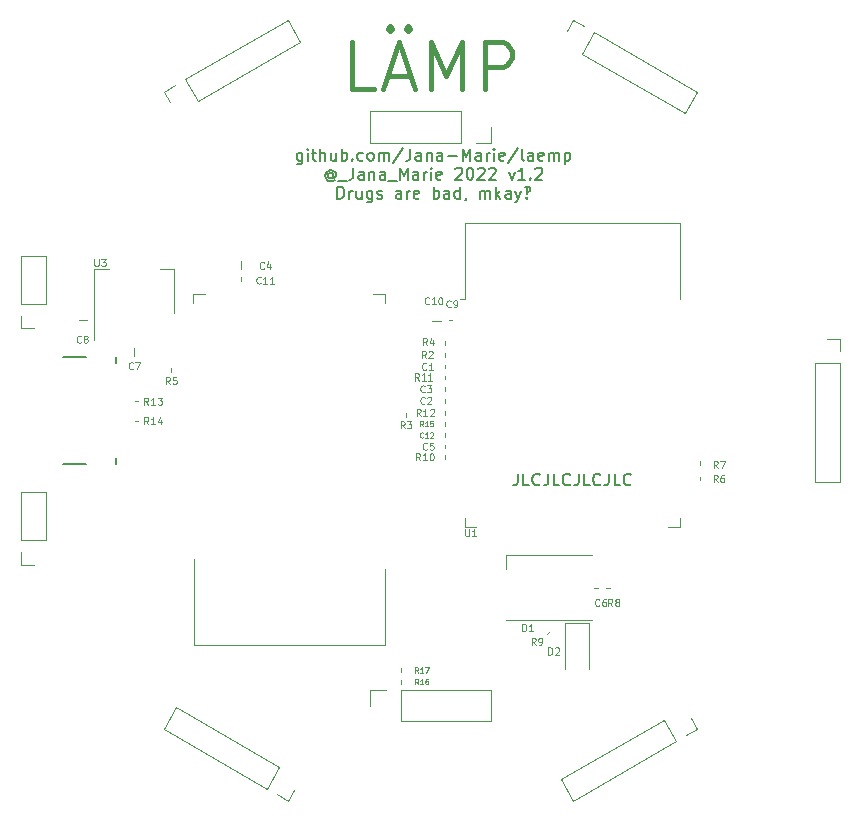
<source format=gto>
G04 #@! TF.GenerationSoftware,KiCad,Pcbnew,6.0.4-6f826c9f35~116~ubuntu20.04.1*
G04 #@! TF.CreationDate,2022-03-28T16:20:16+02:00*
G04 #@! TF.ProjectId,hex_base,6865785f-6261-4736-952e-6b696361645f,rev?*
G04 #@! TF.SameCoordinates,Original*
G04 #@! TF.FileFunction,Legend,Top*
G04 #@! TF.FilePolarity,Positive*
%FSLAX46Y46*%
G04 Gerber Fmt 4.6, Leading zero omitted, Abs format (unit mm)*
G04 Created by KiCad (PCBNEW 6.0.4-6f826c9f35~116~ubuntu20.04.1) date 2022-03-28 16:20:16*
%MOMM*%
%LPD*%
G01*
G04 APERTURE LIST*
%ADD10C,0.150000*%
%ADD11C,0.400000*%
%ADD12C,0.100000*%
%ADD13C,0.120000*%
G04 APERTURE END LIST*
D10*
X107380952Y-105352380D02*
X107380952Y-106066666D01*
X107333333Y-106209523D01*
X107238095Y-106304761D01*
X107095238Y-106352380D01*
X107000000Y-106352380D01*
X108333333Y-106352380D02*
X107857142Y-106352380D01*
X107857142Y-105352380D01*
X109238095Y-106257142D02*
X109190476Y-106304761D01*
X109047619Y-106352380D01*
X108952380Y-106352380D01*
X108809523Y-106304761D01*
X108714285Y-106209523D01*
X108666666Y-106114285D01*
X108619047Y-105923809D01*
X108619047Y-105780952D01*
X108666666Y-105590476D01*
X108714285Y-105495238D01*
X108809523Y-105400000D01*
X108952380Y-105352380D01*
X109047619Y-105352380D01*
X109190476Y-105400000D01*
X109238095Y-105447619D01*
X109952380Y-105352380D02*
X109952380Y-106066666D01*
X109904761Y-106209523D01*
X109809523Y-106304761D01*
X109666666Y-106352380D01*
X109571428Y-106352380D01*
X110904761Y-106352380D02*
X110428571Y-106352380D01*
X110428571Y-105352380D01*
X111809523Y-106257142D02*
X111761904Y-106304761D01*
X111619047Y-106352380D01*
X111523809Y-106352380D01*
X111380952Y-106304761D01*
X111285714Y-106209523D01*
X111238095Y-106114285D01*
X111190476Y-105923809D01*
X111190476Y-105780952D01*
X111238095Y-105590476D01*
X111285714Y-105495238D01*
X111380952Y-105400000D01*
X111523809Y-105352380D01*
X111619047Y-105352380D01*
X111761904Y-105400000D01*
X111809523Y-105447619D01*
X112523809Y-105352380D02*
X112523809Y-106066666D01*
X112476190Y-106209523D01*
X112380952Y-106304761D01*
X112238095Y-106352380D01*
X112142857Y-106352380D01*
X113476190Y-106352380D02*
X113000000Y-106352380D01*
X113000000Y-105352380D01*
X114380952Y-106257142D02*
X114333333Y-106304761D01*
X114190476Y-106352380D01*
X114095238Y-106352380D01*
X113952380Y-106304761D01*
X113857142Y-106209523D01*
X113809523Y-106114285D01*
X113761904Y-105923809D01*
X113761904Y-105780952D01*
X113809523Y-105590476D01*
X113857142Y-105495238D01*
X113952380Y-105400000D01*
X114095238Y-105352380D01*
X114190476Y-105352380D01*
X114333333Y-105400000D01*
X114380952Y-105447619D01*
X115095238Y-105352380D02*
X115095238Y-106066666D01*
X115047619Y-106209523D01*
X114952380Y-106304761D01*
X114809523Y-106352380D01*
X114714285Y-106352380D01*
X116047619Y-106352380D02*
X115571428Y-106352380D01*
X115571428Y-105352380D01*
X116952380Y-106257142D02*
X116904761Y-106304761D01*
X116761904Y-106352380D01*
X116666666Y-106352380D01*
X116523809Y-106304761D01*
X116428571Y-106209523D01*
X116380952Y-106114285D01*
X116333333Y-105923809D01*
X116333333Y-105780952D01*
X116380952Y-105590476D01*
X116428571Y-105495238D01*
X116523809Y-105400000D01*
X116666666Y-105352380D01*
X116761904Y-105352380D01*
X116904761Y-105400000D01*
X116952380Y-105447619D01*
D11*
X95238095Y-72809523D02*
X93333333Y-72809523D01*
X93333333Y-68809523D01*
X96380952Y-71666666D02*
X98285714Y-71666666D01*
X96000000Y-72809523D02*
X97333333Y-68809523D01*
X98666666Y-72809523D01*
X96571428Y-67476190D02*
X96761904Y-67666666D01*
X96571428Y-67857142D01*
X96380952Y-67666666D01*
X96571428Y-67476190D01*
X96571428Y-67857142D01*
X98095238Y-67476190D02*
X98285714Y-67666666D01*
X98095238Y-67857142D01*
X97904761Y-67666666D01*
X98095238Y-67476190D01*
X98095238Y-67857142D01*
X100000000Y-72809523D02*
X100000000Y-68809523D01*
X101333333Y-71666666D01*
X102666666Y-68809523D01*
X102666666Y-72809523D01*
X104571428Y-72809523D02*
X104571428Y-68809523D01*
X106095238Y-68809523D01*
X106476190Y-69000000D01*
X106666666Y-69190476D01*
X106857142Y-69571428D01*
X106857142Y-70142857D01*
X106666666Y-70523809D01*
X106476190Y-70714285D01*
X106095238Y-70904761D01*
X104571428Y-70904761D01*
D10*
X89130952Y-78175714D02*
X89130952Y-78985238D01*
X89083333Y-79080476D01*
X89035714Y-79128095D01*
X88940476Y-79175714D01*
X88797619Y-79175714D01*
X88702380Y-79128095D01*
X89130952Y-78794761D02*
X89035714Y-78842380D01*
X88845238Y-78842380D01*
X88750000Y-78794761D01*
X88702380Y-78747142D01*
X88654761Y-78651904D01*
X88654761Y-78366190D01*
X88702380Y-78270952D01*
X88750000Y-78223333D01*
X88845238Y-78175714D01*
X89035714Y-78175714D01*
X89130952Y-78223333D01*
X89607142Y-78842380D02*
X89607142Y-78175714D01*
X89607142Y-77842380D02*
X89559523Y-77890000D01*
X89607142Y-77937619D01*
X89654761Y-77890000D01*
X89607142Y-77842380D01*
X89607142Y-77937619D01*
X89940476Y-78175714D02*
X90321428Y-78175714D01*
X90083333Y-77842380D02*
X90083333Y-78699523D01*
X90130952Y-78794761D01*
X90226190Y-78842380D01*
X90321428Y-78842380D01*
X90654761Y-78842380D02*
X90654761Y-77842380D01*
X91083333Y-78842380D02*
X91083333Y-78318571D01*
X91035714Y-78223333D01*
X90940476Y-78175714D01*
X90797619Y-78175714D01*
X90702380Y-78223333D01*
X90654761Y-78270952D01*
X91988095Y-78175714D02*
X91988095Y-78842380D01*
X91559523Y-78175714D02*
X91559523Y-78699523D01*
X91607142Y-78794761D01*
X91702380Y-78842380D01*
X91845238Y-78842380D01*
X91940476Y-78794761D01*
X91988095Y-78747142D01*
X92464285Y-78842380D02*
X92464285Y-77842380D01*
X92464285Y-78223333D02*
X92559523Y-78175714D01*
X92750000Y-78175714D01*
X92845238Y-78223333D01*
X92892857Y-78270952D01*
X92940476Y-78366190D01*
X92940476Y-78651904D01*
X92892857Y-78747142D01*
X92845238Y-78794761D01*
X92750000Y-78842380D01*
X92559523Y-78842380D01*
X92464285Y-78794761D01*
X93369047Y-78747142D02*
X93416666Y-78794761D01*
X93369047Y-78842380D01*
X93321428Y-78794761D01*
X93369047Y-78747142D01*
X93369047Y-78842380D01*
X94273809Y-78794761D02*
X94178571Y-78842380D01*
X93988095Y-78842380D01*
X93892857Y-78794761D01*
X93845238Y-78747142D01*
X93797619Y-78651904D01*
X93797619Y-78366190D01*
X93845238Y-78270952D01*
X93892857Y-78223333D01*
X93988095Y-78175714D01*
X94178571Y-78175714D01*
X94273809Y-78223333D01*
X94845238Y-78842380D02*
X94750000Y-78794761D01*
X94702380Y-78747142D01*
X94654761Y-78651904D01*
X94654761Y-78366190D01*
X94702380Y-78270952D01*
X94750000Y-78223333D01*
X94845238Y-78175714D01*
X94988095Y-78175714D01*
X95083333Y-78223333D01*
X95130952Y-78270952D01*
X95178571Y-78366190D01*
X95178571Y-78651904D01*
X95130952Y-78747142D01*
X95083333Y-78794761D01*
X94988095Y-78842380D01*
X94845238Y-78842380D01*
X95607142Y-78842380D02*
X95607142Y-78175714D01*
X95607142Y-78270952D02*
X95654761Y-78223333D01*
X95750000Y-78175714D01*
X95892857Y-78175714D01*
X95988095Y-78223333D01*
X96035714Y-78318571D01*
X96035714Y-78842380D01*
X96035714Y-78318571D02*
X96083333Y-78223333D01*
X96178571Y-78175714D01*
X96321428Y-78175714D01*
X96416666Y-78223333D01*
X96464285Y-78318571D01*
X96464285Y-78842380D01*
X97654761Y-77794761D02*
X96797619Y-79080476D01*
X98273809Y-77842380D02*
X98273809Y-78556666D01*
X98226190Y-78699523D01*
X98130952Y-78794761D01*
X97988095Y-78842380D01*
X97892857Y-78842380D01*
X99178571Y-78842380D02*
X99178571Y-78318571D01*
X99130952Y-78223333D01*
X99035714Y-78175714D01*
X98845238Y-78175714D01*
X98750000Y-78223333D01*
X99178571Y-78794761D02*
X99083333Y-78842380D01*
X98845238Y-78842380D01*
X98750000Y-78794761D01*
X98702380Y-78699523D01*
X98702380Y-78604285D01*
X98750000Y-78509047D01*
X98845238Y-78461428D01*
X99083333Y-78461428D01*
X99178571Y-78413809D01*
X99654761Y-78175714D02*
X99654761Y-78842380D01*
X99654761Y-78270952D02*
X99702380Y-78223333D01*
X99797619Y-78175714D01*
X99940476Y-78175714D01*
X100035714Y-78223333D01*
X100083333Y-78318571D01*
X100083333Y-78842380D01*
X100988095Y-78842380D02*
X100988095Y-78318571D01*
X100940476Y-78223333D01*
X100845238Y-78175714D01*
X100654761Y-78175714D01*
X100559523Y-78223333D01*
X100988095Y-78794761D02*
X100892857Y-78842380D01*
X100654761Y-78842380D01*
X100559523Y-78794761D01*
X100511904Y-78699523D01*
X100511904Y-78604285D01*
X100559523Y-78509047D01*
X100654761Y-78461428D01*
X100892857Y-78461428D01*
X100988095Y-78413809D01*
X101464285Y-78461428D02*
X102226190Y-78461428D01*
X102702380Y-78842380D02*
X102702380Y-77842380D01*
X103035714Y-78556666D01*
X103369047Y-77842380D01*
X103369047Y-78842380D01*
X104273809Y-78842380D02*
X104273809Y-78318571D01*
X104226190Y-78223333D01*
X104130952Y-78175714D01*
X103940476Y-78175714D01*
X103845238Y-78223333D01*
X104273809Y-78794761D02*
X104178571Y-78842380D01*
X103940476Y-78842380D01*
X103845238Y-78794761D01*
X103797619Y-78699523D01*
X103797619Y-78604285D01*
X103845238Y-78509047D01*
X103940476Y-78461428D01*
X104178571Y-78461428D01*
X104273809Y-78413809D01*
X104750000Y-78842380D02*
X104750000Y-78175714D01*
X104750000Y-78366190D02*
X104797619Y-78270952D01*
X104845238Y-78223333D01*
X104940476Y-78175714D01*
X105035714Y-78175714D01*
X105369047Y-78842380D02*
X105369047Y-78175714D01*
X105369047Y-77842380D02*
X105321428Y-77890000D01*
X105369047Y-77937619D01*
X105416666Y-77890000D01*
X105369047Y-77842380D01*
X105369047Y-77937619D01*
X106226190Y-78794761D02*
X106130952Y-78842380D01*
X105940476Y-78842380D01*
X105845238Y-78794761D01*
X105797619Y-78699523D01*
X105797619Y-78318571D01*
X105845238Y-78223333D01*
X105940476Y-78175714D01*
X106130952Y-78175714D01*
X106226190Y-78223333D01*
X106273809Y-78318571D01*
X106273809Y-78413809D01*
X105797619Y-78509047D01*
X107416666Y-77794761D02*
X106559523Y-79080476D01*
X107892857Y-78842380D02*
X107797619Y-78794761D01*
X107750000Y-78699523D01*
X107750000Y-77842380D01*
X108702380Y-78842380D02*
X108702380Y-78318571D01*
X108654761Y-78223333D01*
X108559523Y-78175714D01*
X108369047Y-78175714D01*
X108273809Y-78223333D01*
X108702380Y-78794761D02*
X108607142Y-78842380D01*
X108369047Y-78842380D01*
X108273809Y-78794761D01*
X108226190Y-78699523D01*
X108226190Y-78604285D01*
X108273809Y-78509047D01*
X108369047Y-78461428D01*
X108607142Y-78461428D01*
X108702380Y-78413809D01*
X109559523Y-78794761D02*
X109464285Y-78842380D01*
X109273809Y-78842380D01*
X109178571Y-78794761D01*
X109130952Y-78699523D01*
X109130952Y-78318571D01*
X109178571Y-78223333D01*
X109273809Y-78175714D01*
X109464285Y-78175714D01*
X109559523Y-78223333D01*
X109607142Y-78318571D01*
X109607142Y-78413809D01*
X109130952Y-78509047D01*
X110035714Y-78842380D02*
X110035714Y-78175714D01*
X110035714Y-78270952D02*
X110083333Y-78223333D01*
X110178571Y-78175714D01*
X110321428Y-78175714D01*
X110416666Y-78223333D01*
X110464285Y-78318571D01*
X110464285Y-78842380D01*
X110464285Y-78318571D02*
X110511904Y-78223333D01*
X110607142Y-78175714D01*
X110750000Y-78175714D01*
X110845238Y-78223333D01*
X110892857Y-78318571D01*
X110892857Y-78842380D01*
X111369047Y-78175714D02*
X111369047Y-79175714D01*
X111369047Y-78223333D02*
X111464285Y-78175714D01*
X111654761Y-78175714D01*
X111750000Y-78223333D01*
X111797619Y-78270952D01*
X111845238Y-78366190D01*
X111845238Y-78651904D01*
X111797619Y-78747142D01*
X111750000Y-78794761D01*
X111654761Y-78842380D01*
X111464285Y-78842380D01*
X111369047Y-78794761D01*
X91726190Y-79976190D02*
X91678571Y-79928571D01*
X91583333Y-79880952D01*
X91488095Y-79880952D01*
X91392857Y-79928571D01*
X91345238Y-79976190D01*
X91297619Y-80071428D01*
X91297619Y-80166666D01*
X91345238Y-80261904D01*
X91392857Y-80309523D01*
X91488095Y-80357142D01*
X91583333Y-80357142D01*
X91678571Y-80309523D01*
X91726190Y-80261904D01*
X91726190Y-79880952D02*
X91726190Y-80261904D01*
X91773809Y-80309523D01*
X91821428Y-80309523D01*
X91916666Y-80261904D01*
X91964285Y-80166666D01*
X91964285Y-79928571D01*
X91869047Y-79785714D01*
X91726190Y-79690476D01*
X91535714Y-79642857D01*
X91345238Y-79690476D01*
X91202380Y-79785714D01*
X91107142Y-79928571D01*
X91059523Y-80119047D01*
X91107142Y-80309523D01*
X91202380Y-80452380D01*
X91345238Y-80547619D01*
X91535714Y-80595238D01*
X91726190Y-80547619D01*
X91869047Y-80452380D01*
X92154761Y-80547619D02*
X92916666Y-80547619D01*
X93440476Y-79452380D02*
X93440476Y-80166666D01*
X93392857Y-80309523D01*
X93297619Y-80404761D01*
X93154761Y-80452380D01*
X93059523Y-80452380D01*
X94345238Y-80452380D02*
X94345238Y-79928571D01*
X94297619Y-79833333D01*
X94202380Y-79785714D01*
X94011904Y-79785714D01*
X93916666Y-79833333D01*
X94345238Y-80404761D02*
X94250000Y-80452380D01*
X94011904Y-80452380D01*
X93916666Y-80404761D01*
X93869047Y-80309523D01*
X93869047Y-80214285D01*
X93916666Y-80119047D01*
X94011904Y-80071428D01*
X94250000Y-80071428D01*
X94345238Y-80023809D01*
X94821428Y-79785714D02*
X94821428Y-80452380D01*
X94821428Y-79880952D02*
X94869047Y-79833333D01*
X94964285Y-79785714D01*
X95107142Y-79785714D01*
X95202380Y-79833333D01*
X95250000Y-79928571D01*
X95250000Y-80452380D01*
X96154761Y-80452380D02*
X96154761Y-79928571D01*
X96107142Y-79833333D01*
X96011904Y-79785714D01*
X95821428Y-79785714D01*
X95726190Y-79833333D01*
X96154761Y-80404761D02*
X96059523Y-80452380D01*
X95821428Y-80452380D01*
X95726190Y-80404761D01*
X95678571Y-80309523D01*
X95678571Y-80214285D01*
X95726190Y-80119047D01*
X95821428Y-80071428D01*
X96059523Y-80071428D01*
X96154761Y-80023809D01*
X96392857Y-80547619D02*
X97154761Y-80547619D01*
X97392857Y-80452380D02*
X97392857Y-79452380D01*
X97726190Y-80166666D01*
X98059523Y-79452380D01*
X98059523Y-80452380D01*
X98964285Y-80452380D02*
X98964285Y-79928571D01*
X98916666Y-79833333D01*
X98821428Y-79785714D01*
X98630952Y-79785714D01*
X98535714Y-79833333D01*
X98964285Y-80404761D02*
X98869047Y-80452380D01*
X98630952Y-80452380D01*
X98535714Y-80404761D01*
X98488095Y-80309523D01*
X98488095Y-80214285D01*
X98535714Y-80119047D01*
X98630952Y-80071428D01*
X98869047Y-80071428D01*
X98964285Y-80023809D01*
X99440476Y-80452380D02*
X99440476Y-79785714D01*
X99440476Y-79976190D02*
X99488095Y-79880952D01*
X99535714Y-79833333D01*
X99630952Y-79785714D01*
X99726190Y-79785714D01*
X100059523Y-80452380D02*
X100059523Y-79785714D01*
X100059523Y-79452380D02*
X100011904Y-79500000D01*
X100059523Y-79547619D01*
X100107142Y-79500000D01*
X100059523Y-79452380D01*
X100059523Y-79547619D01*
X100916666Y-80404761D02*
X100821428Y-80452380D01*
X100630952Y-80452380D01*
X100535714Y-80404761D01*
X100488095Y-80309523D01*
X100488095Y-79928571D01*
X100535714Y-79833333D01*
X100630952Y-79785714D01*
X100821428Y-79785714D01*
X100916666Y-79833333D01*
X100964285Y-79928571D01*
X100964285Y-80023809D01*
X100488095Y-80119047D01*
X102107142Y-79547619D02*
X102154761Y-79500000D01*
X102250000Y-79452380D01*
X102488095Y-79452380D01*
X102583333Y-79500000D01*
X102630952Y-79547619D01*
X102678571Y-79642857D01*
X102678571Y-79738095D01*
X102630952Y-79880952D01*
X102059523Y-80452380D01*
X102678571Y-80452380D01*
X103297619Y-79452380D02*
X103392857Y-79452380D01*
X103488095Y-79500000D01*
X103535714Y-79547619D01*
X103583333Y-79642857D01*
X103630952Y-79833333D01*
X103630952Y-80071428D01*
X103583333Y-80261904D01*
X103535714Y-80357142D01*
X103488095Y-80404761D01*
X103392857Y-80452380D01*
X103297619Y-80452380D01*
X103202380Y-80404761D01*
X103154761Y-80357142D01*
X103107142Y-80261904D01*
X103059523Y-80071428D01*
X103059523Y-79833333D01*
X103107142Y-79642857D01*
X103154761Y-79547619D01*
X103202380Y-79500000D01*
X103297619Y-79452380D01*
X104011904Y-79547619D02*
X104059523Y-79500000D01*
X104154761Y-79452380D01*
X104392857Y-79452380D01*
X104488095Y-79500000D01*
X104535714Y-79547619D01*
X104583333Y-79642857D01*
X104583333Y-79738095D01*
X104535714Y-79880952D01*
X103964285Y-80452380D01*
X104583333Y-80452380D01*
X104964285Y-79547619D02*
X105011904Y-79500000D01*
X105107142Y-79452380D01*
X105345238Y-79452380D01*
X105440476Y-79500000D01*
X105488095Y-79547619D01*
X105535714Y-79642857D01*
X105535714Y-79738095D01*
X105488095Y-79880952D01*
X104916666Y-80452380D01*
X105535714Y-80452380D01*
X106630952Y-79785714D02*
X106869047Y-80452380D01*
X107107142Y-79785714D01*
X108011904Y-80452380D02*
X107440476Y-80452380D01*
X107726190Y-80452380D02*
X107726190Y-79452380D01*
X107630952Y-79595238D01*
X107535714Y-79690476D01*
X107440476Y-79738095D01*
X108440476Y-80357142D02*
X108488095Y-80404761D01*
X108440476Y-80452380D01*
X108392857Y-80404761D01*
X108440476Y-80357142D01*
X108440476Y-80452380D01*
X108869047Y-79547619D02*
X108916666Y-79500000D01*
X109011904Y-79452380D01*
X109249999Y-79452380D01*
X109345238Y-79500000D01*
X109392857Y-79547619D01*
X109440476Y-79642857D01*
X109440476Y-79738095D01*
X109392857Y-79880952D01*
X108821428Y-80452380D01*
X109440476Y-80452380D01*
X92107142Y-82062380D02*
X92107142Y-81062380D01*
X92345238Y-81062380D01*
X92488095Y-81110000D01*
X92583333Y-81205238D01*
X92630952Y-81300476D01*
X92678571Y-81490952D01*
X92678571Y-81633809D01*
X92630952Y-81824285D01*
X92583333Y-81919523D01*
X92488095Y-82014761D01*
X92345238Y-82062380D01*
X92107142Y-82062380D01*
X93107142Y-82062380D02*
X93107142Y-81395714D01*
X93107142Y-81586190D02*
X93154761Y-81490952D01*
X93202380Y-81443333D01*
X93297619Y-81395714D01*
X93392857Y-81395714D01*
X94154761Y-81395714D02*
X94154761Y-82062380D01*
X93726190Y-81395714D02*
X93726190Y-81919523D01*
X93773809Y-82014761D01*
X93869047Y-82062380D01*
X94011904Y-82062380D01*
X94107142Y-82014761D01*
X94154761Y-81967142D01*
X95059523Y-81395714D02*
X95059523Y-82205238D01*
X95011904Y-82300476D01*
X94964285Y-82348095D01*
X94869047Y-82395714D01*
X94726190Y-82395714D01*
X94630952Y-82348095D01*
X95059523Y-82014761D02*
X94964285Y-82062380D01*
X94773809Y-82062380D01*
X94678571Y-82014761D01*
X94630952Y-81967142D01*
X94583333Y-81871904D01*
X94583333Y-81586190D01*
X94630952Y-81490952D01*
X94678571Y-81443333D01*
X94773809Y-81395714D01*
X94964285Y-81395714D01*
X95059523Y-81443333D01*
X95488095Y-82014761D02*
X95583333Y-82062380D01*
X95773809Y-82062380D01*
X95869047Y-82014761D01*
X95916666Y-81919523D01*
X95916666Y-81871904D01*
X95869047Y-81776666D01*
X95773809Y-81729047D01*
X95630952Y-81729047D01*
X95535714Y-81681428D01*
X95488095Y-81586190D01*
X95488095Y-81538571D01*
X95535714Y-81443333D01*
X95630952Y-81395714D01*
X95773809Y-81395714D01*
X95869047Y-81443333D01*
X97535714Y-82062380D02*
X97535714Y-81538571D01*
X97488095Y-81443333D01*
X97392857Y-81395714D01*
X97202380Y-81395714D01*
X97107142Y-81443333D01*
X97535714Y-82014761D02*
X97440476Y-82062380D01*
X97202380Y-82062380D01*
X97107142Y-82014761D01*
X97059523Y-81919523D01*
X97059523Y-81824285D01*
X97107142Y-81729047D01*
X97202380Y-81681428D01*
X97440476Y-81681428D01*
X97535714Y-81633809D01*
X98011904Y-82062380D02*
X98011904Y-81395714D01*
X98011904Y-81586190D02*
X98059523Y-81490952D01*
X98107142Y-81443333D01*
X98202380Y-81395714D01*
X98297619Y-81395714D01*
X99011904Y-82014761D02*
X98916666Y-82062380D01*
X98726190Y-82062380D01*
X98630952Y-82014761D01*
X98583333Y-81919523D01*
X98583333Y-81538571D01*
X98630952Y-81443333D01*
X98726190Y-81395714D01*
X98916666Y-81395714D01*
X99011904Y-81443333D01*
X99059523Y-81538571D01*
X99059523Y-81633809D01*
X98583333Y-81729047D01*
X100250000Y-82062380D02*
X100250000Y-81062380D01*
X100250000Y-81443333D02*
X100345238Y-81395714D01*
X100535714Y-81395714D01*
X100630952Y-81443333D01*
X100678571Y-81490952D01*
X100726190Y-81586190D01*
X100726190Y-81871904D01*
X100678571Y-81967142D01*
X100630952Y-82014761D01*
X100535714Y-82062380D01*
X100345238Y-82062380D01*
X100250000Y-82014761D01*
X101583333Y-82062380D02*
X101583333Y-81538571D01*
X101535714Y-81443333D01*
X101440476Y-81395714D01*
X101250000Y-81395714D01*
X101154761Y-81443333D01*
X101583333Y-82014761D02*
X101488095Y-82062380D01*
X101250000Y-82062380D01*
X101154761Y-82014761D01*
X101107142Y-81919523D01*
X101107142Y-81824285D01*
X101154761Y-81729047D01*
X101250000Y-81681428D01*
X101488095Y-81681428D01*
X101583333Y-81633809D01*
X102488095Y-82062380D02*
X102488095Y-81062380D01*
X102488095Y-82014761D02*
X102392857Y-82062380D01*
X102202380Y-82062380D01*
X102107142Y-82014761D01*
X102059523Y-81967142D01*
X102011904Y-81871904D01*
X102011904Y-81586190D01*
X102059523Y-81490952D01*
X102107142Y-81443333D01*
X102202380Y-81395714D01*
X102392857Y-81395714D01*
X102488095Y-81443333D01*
X103011904Y-82014761D02*
X103011904Y-82062380D01*
X102964285Y-82157619D01*
X102916666Y-82205238D01*
X104202380Y-82062380D02*
X104202380Y-81395714D01*
X104202380Y-81490952D02*
X104250000Y-81443333D01*
X104345238Y-81395714D01*
X104488095Y-81395714D01*
X104583333Y-81443333D01*
X104630952Y-81538571D01*
X104630952Y-82062380D01*
X104630952Y-81538571D02*
X104678571Y-81443333D01*
X104773809Y-81395714D01*
X104916666Y-81395714D01*
X105011904Y-81443333D01*
X105059523Y-81538571D01*
X105059523Y-82062380D01*
X105535714Y-82062380D02*
X105535714Y-81062380D01*
X105630952Y-81681428D02*
X105916666Y-82062380D01*
X105916666Y-81395714D02*
X105535714Y-81776666D01*
X106773809Y-82062380D02*
X106773809Y-81538571D01*
X106726190Y-81443333D01*
X106630952Y-81395714D01*
X106440476Y-81395714D01*
X106345238Y-81443333D01*
X106773809Y-82014761D02*
X106678571Y-82062380D01*
X106440476Y-82062380D01*
X106345238Y-82014761D01*
X106297619Y-81919523D01*
X106297619Y-81824285D01*
X106345238Y-81729047D01*
X106440476Y-81681428D01*
X106678571Y-81681428D01*
X106773809Y-81633809D01*
X107154761Y-81395714D02*
X107392857Y-82062380D01*
X107630952Y-81395714D02*
X107392857Y-82062380D01*
X107297619Y-82300476D01*
X107250000Y-82348095D01*
X107154761Y-82395714D01*
X108154761Y-81062380D02*
X108154761Y-81681428D01*
X108154761Y-81967142D02*
X108202380Y-82014761D01*
X108154761Y-82062380D01*
X108107142Y-82014761D01*
X108154761Y-81967142D01*
X108154761Y-82062380D01*
X108154761Y-81967142D02*
X108202380Y-82014761D01*
X108154761Y-82062380D01*
X108107142Y-82014761D01*
X108154761Y-81967142D01*
X108154761Y-82062380D01*
X107964285Y-81110000D02*
X108059523Y-81062380D01*
X108297619Y-81062380D01*
X108392857Y-81110000D01*
X108440476Y-81205238D01*
X108440476Y-81300476D01*
X108392857Y-81395714D01*
X108345238Y-81443333D01*
X108250000Y-81490952D01*
X108202380Y-81538571D01*
X108154761Y-81633809D01*
X108154761Y-81681428D01*
X107964285Y-81110000D02*
X108059523Y-81062380D01*
X108297619Y-81062380D01*
X108392857Y-81110000D01*
X108440476Y-81205238D01*
X108440476Y-81300476D01*
X108392857Y-81395714D01*
X108345238Y-81443333D01*
X108250000Y-81490952D01*
X108202380Y-81538571D01*
X108154761Y-81633809D01*
X108154761Y-81681428D01*
D12*
X99650000Y-96514285D02*
X99621428Y-96542857D01*
X99535714Y-96571428D01*
X99478571Y-96571428D01*
X99392857Y-96542857D01*
X99335714Y-96485714D01*
X99307142Y-96428571D01*
X99278571Y-96314285D01*
X99278571Y-96228571D01*
X99307142Y-96114285D01*
X99335714Y-96057142D01*
X99392857Y-96000000D01*
X99478571Y-95971428D01*
X99535714Y-95971428D01*
X99621428Y-96000000D01*
X99650000Y-96028571D01*
X100221428Y-96571428D02*
X99878571Y-96571428D01*
X100050000Y-96571428D02*
X100050000Y-95971428D01*
X99992857Y-96057142D01*
X99935714Y-96114285D01*
X99878571Y-96142857D01*
X99500000Y-99414285D02*
X99471428Y-99442857D01*
X99385714Y-99471428D01*
X99328571Y-99471428D01*
X99242857Y-99442857D01*
X99185714Y-99385714D01*
X99157142Y-99328571D01*
X99128571Y-99214285D01*
X99128571Y-99128571D01*
X99157142Y-99014285D01*
X99185714Y-98957142D01*
X99242857Y-98900000D01*
X99328571Y-98871428D01*
X99385714Y-98871428D01*
X99471428Y-98900000D01*
X99500000Y-98928571D01*
X99728571Y-98928571D02*
X99757142Y-98900000D01*
X99814285Y-98871428D01*
X99957142Y-98871428D01*
X100014285Y-98900000D01*
X100042857Y-98928571D01*
X100071428Y-98985714D01*
X100071428Y-99042857D01*
X100042857Y-99128571D01*
X99700000Y-99471428D01*
X100071428Y-99471428D01*
X99500000Y-98414285D02*
X99471428Y-98442857D01*
X99385714Y-98471428D01*
X99328571Y-98471428D01*
X99242857Y-98442857D01*
X99185714Y-98385714D01*
X99157142Y-98328571D01*
X99128571Y-98214285D01*
X99128571Y-98128571D01*
X99157142Y-98014285D01*
X99185714Y-97957142D01*
X99242857Y-97900000D01*
X99328571Y-97871428D01*
X99385714Y-97871428D01*
X99471428Y-97900000D01*
X99500000Y-97928571D01*
X99700000Y-97871428D02*
X100071428Y-97871428D01*
X99871428Y-98100000D01*
X99957142Y-98100000D01*
X100014285Y-98128571D01*
X100042857Y-98157142D01*
X100071428Y-98214285D01*
X100071428Y-98357142D01*
X100042857Y-98414285D01*
X100014285Y-98442857D01*
X99957142Y-98471428D01*
X99785714Y-98471428D01*
X99728571Y-98442857D01*
X99700000Y-98414285D01*
X85900000Y-87964285D02*
X85871428Y-87992857D01*
X85785714Y-88021428D01*
X85728571Y-88021428D01*
X85642857Y-87992857D01*
X85585714Y-87935714D01*
X85557142Y-87878571D01*
X85528571Y-87764285D01*
X85528571Y-87678571D01*
X85557142Y-87564285D01*
X85585714Y-87507142D01*
X85642857Y-87450000D01*
X85728571Y-87421428D01*
X85785714Y-87421428D01*
X85871428Y-87450000D01*
X85900000Y-87478571D01*
X86414285Y-87621428D02*
X86414285Y-88021428D01*
X86271428Y-87392857D02*
X86128571Y-87821428D01*
X86500000Y-87821428D01*
X99700000Y-103264285D02*
X99671428Y-103292857D01*
X99585714Y-103321428D01*
X99528571Y-103321428D01*
X99442857Y-103292857D01*
X99385714Y-103235714D01*
X99357142Y-103178571D01*
X99328571Y-103064285D01*
X99328571Y-102978571D01*
X99357142Y-102864285D01*
X99385714Y-102807142D01*
X99442857Y-102750000D01*
X99528571Y-102721428D01*
X99585714Y-102721428D01*
X99671428Y-102750000D01*
X99700000Y-102778571D01*
X100242857Y-102721428D02*
X99957142Y-102721428D01*
X99928571Y-103007142D01*
X99957142Y-102978571D01*
X100014285Y-102950000D01*
X100157142Y-102950000D01*
X100214285Y-102978571D01*
X100242857Y-103007142D01*
X100271428Y-103064285D01*
X100271428Y-103207142D01*
X100242857Y-103264285D01*
X100214285Y-103292857D01*
X100157142Y-103321428D01*
X100014285Y-103321428D01*
X99957142Y-103292857D01*
X99928571Y-103264285D01*
X114300000Y-116514285D02*
X114271428Y-116542857D01*
X114185714Y-116571428D01*
X114128571Y-116571428D01*
X114042857Y-116542857D01*
X113985714Y-116485714D01*
X113957142Y-116428571D01*
X113928571Y-116314285D01*
X113928571Y-116228571D01*
X113957142Y-116114285D01*
X113985714Y-116057142D01*
X114042857Y-116000000D01*
X114128571Y-115971428D01*
X114185714Y-115971428D01*
X114271428Y-116000000D01*
X114300000Y-116028571D01*
X114814285Y-115971428D02*
X114700000Y-115971428D01*
X114642857Y-116000000D01*
X114614285Y-116028571D01*
X114557142Y-116114285D01*
X114528571Y-116228571D01*
X114528571Y-116457142D01*
X114557142Y-116514285D01*
X114585714Y-116542857D01*
X114642857Y-116571428D01*
X114757142Y-116571428D01*
X114814285Y-116542857D01*
X114842857Y-116514285D01*
X114871428Y-116457142D01*
X114871428Y-116314285D01*
X114842857Y-116257142D01*
X114814285Y-116228571D01*
X114757142Y-116200000D01*
X114642857Y-116200000D01*
X114585714Y-116228571D01*
X114557142Y-116257142D01*
X114528571Y-116314285D01*
X74800000Y-96464285D02*
X74771428Y-96492857D01*
X74685714Y-96521428D01*
X74628571Y-96521428D01*
X74542857Y-96492857D01*
X74485714Y-96435714D01*
X74457142Y-96378571D01*
X74428571Y-96264285D01*
X74428571Y-96178571D01*
X74457142Y-96064285D01*
X74485714Y-96007142D01*
X74542857Y-95950000D01*
X74628571Y-95921428D01*
X74685714Y-95921428D01*
X74771428Y-95950000D01*
X74800000Y-95978571D01*
X75000000Y-95921428D02*
X75400000Y-95921428D01*
X75142857Y-96521428D01*
X70400000Y-94214285D02*
X70371428Y-94242857D01*
X70285714Y-94271428D01*
X70228571Y-94271428D01*
X70142857Y-94242857D01*
X70085714Y-94185714D01*
X70057142Y-94128571D01*
X70028571Y-94014285D01*
X70028571Y-93928571D01*
X70057142Y-93814285D01*
X70085714Y-93757142D01*
X70142857Y-93700000D01*
X70228571Y-93671428D01*
X70285714Y-93671428D01*
X70371428Y-93700000D01*
X70400000Y-93728571D01*
X70742857Y-93928571D02*
X70685714Y-93900000D01*
X70657142Y-93871428D01*
X70628571Y-93814285D01*
X70628571Y-93785714D01*
X70657142Y-93728571D01*
X70685714Y-93700000D01*
X70742857Y-93671428D01*
X70857142Y-93671428D01*
X70914285Y-93700000D01*
X70942857Y-93728571D01*
X70971428Y-93785714D01*
X70971428Y-93814285D01*
X70942857Y-93871428D01*
X70914285Y-93900000D01*
X70857142Y-93928571D01*
X70742857Y-93928571D01*
X70685714Y-93957142D01*
X70657142Y-93985714D01*
X70628571Y-94042857D01*
X70628571Y-94157142D01*
X70657142Y-94214285D01*
X70685714Y-94242857D01*
X70742857Y-94271428D01*
X70857142Y-94271428D01*
X70914285Y-94242857D01*
X70942857Y-94214285D01*
X70971428Y-94157142D01*
X70971428Y-94042857D01*
X70942857Y-93985714D01*
X70914285Y-93957142D01*
X70857142Y-93928571D01*
X107757142Y-118671428D02*
X107757142Y-118071428D01*
X107900000Y-118071428D01*
X107985714Y-118100000D01*
X108042857Y-118157142D01*
X108071428Y-118214285D01*
X108100000Y-118328571D01*
X108100000Y-118414285D01*
X108071428Y-118528571D01*
X108042857Y-118585714D01*
X107985714Y-118642857D01*
X107900000Y-118671428D01*
X107757142Y-118671428D01*
X108671428Y-118671428D02*
X108328571Y-118671428D01*
X108500000Y-118671428D02*
X108500000Y-118071428D01*
X108442857Y-118157142D01*
X108385714Y-118214285D01*
X108328571Y-118242857D01*
X99600000Y-95571428D02*
X99400000Y-95285714D01*
X99257142Y-95571428D02*
X99257142Y-94971428D01*
X99485714Y-94971428D01*
X99542857Y-95000000D01*
X99571428Y-95028571D01*
X99600000Y-95085714D01*
X99600000Y-95171428D01*
X99571428Y-95228571D01*
X99542857Y-95257142D01*
X99485714Y-95285714D01*
X99257142Y-95285714D01*
X99828571Y-95028571D02*
X99857142Y-95000000D01*
X99914285Y-94971428D01*
X100057142Y-94971428D01*
X100114285Y-95000000D01*
X100142857Y-95028571D01*
X100171428Y-95085714D01*
X100171428Y-95142857D01*
X100142857Y-95228571D01*
X99800000Y-95571428D01*
X100171428Y-95571428D01*
X97800000Y-101521428D02*
X97600000Y-101235714D01*
X97457142Y-101521428D02*
X97457142Y-100921428D01*
X97685714Y-100921428D01*
X97742857Y-100950000D01*
X97771428Y-100978571D01*
X97800000Y-101035714D01*
X97800000Y-101121428D01*
X97771428Y-101178571D01*
X97742857Y-101207142D01*
X97685714Y-101235714D01*
X97457142Y-101235714D01*
X98000000Y-100921428D02*
X98371428Y-100921428D01*
X98171428Y-101150000D01*
X98257142Y-101150000D01*
X98314285Y-101178571D01*
X98342857Y-101207142D01*
X98371428Y-101264285D01*
X98371428Y-101407142D01*
X98342857Y-101464285D01*
X98314285Y-101492857D01*
X98257142Y-101521428D01*
X98085714Y-101521428D01*
X98028571Y-101492857D01*
X98000000Y-101464285D01*
X99700000Y-94471428D02*
X99500000Y-94185714D01*
X99357142Y-94471428D02*
X99357142Y-93871428D01*
X99585714Y-93871428D01*
X99642857Y-93900000D01*
X99671428Y-93928571D01*
X99700000Y-93985714D01*
X99700000Y-94071428D01*
X99671428Y-94128571D01*
X99642857Y-94157142D01*
X99585714Y-94185714D01*
X99357142Y-94185714D01*
X100214285Y-94071428D02*
X100214285Y-94471428D01*
X100071428Y-93842857D02*
X99928571Y-94271428D01*
X100300000Y-94271428D01*
X77925000Y-97771428D02*
X77725000Y-97485714D01*
X77582142Y-97771428D02*
X77582142Y-97171428D01*
X77810714Y-97171428D01*
X77867857Y-97200000D01*
X77896428Y-97228571D01*
X77925000Y-97285714D01*
X77925000Y-97371428D01*
X77896428Y-97428571D01*
X77867857Y-97457142D01*
X77810714Y-97485714D01*
X77582142Y-97485714D01*
X78467857Y-97171428D02*
X78182142Y-97171428D01*
X78153571Y-97457142D01*
X78182142Y-97428571D01*
X78239285Y-97400000D01*
X78382142Y-97400000D01*
X78439285Y-97428571D01*
X78467857Y-97457142D01*
X78496428Y-97514285D01*
X78496428Y-97657142D01*
X78467857Y-97714285D01*
X78439285Y-97742857D01*
X78382142Y-97771428D01*
X78239285Y-97771428D01*
X78182142Y-97742857D01*
X78153571Y-97714285D01*
X124300000Y-106071428D02*
X124100000Y-105785714D01*
X123957142Y-106071428D02*
X123957142Y-105471428D01*
X124185714Y-105471428D01*
X124242857Y-105500000D01*
X124271428Y-105528571D01*
X124300000Y-105585714D01*
X124300000Y-105671428D01*
X124271428Y-105728571D01*
X124242857Y-105757142D01*
X124185714Y-105785714D01*
X123957142Y-105785714D01*
X124814285Y-105471428D02*
X124700000Y-105471428D01*
X124642857Y-105500000D01*
X124614285Y-105528571D01*
X124557142Y-105614285D01*
X124528571Y-105728571D01*
X124528571Y-105957142D01*
X124557142Y-106014285D01*
X124585714Y-106042857D01*
X124642857Y-106071428D01*
X124757142Y-106071428D01*
X124814285Y-106042857D01*
X124842857Y-106014285D01*
X124871428Y-105957142D01*
X124871428Y-105814285D01*
X124842857Y-105757142D01*
X124814285Y-105728571D01*
X124757142Y-105700000D01*
X124642857Y-105700000D01*
X124585714Y-105728571D01*
X124557142Y-105757142D01*
X124528571Y-105814285D01*
X124300000Y-104871428D02*
X124100000Y-104585714D01*
X123957142Y-104871428D02*
X123957142Y-104271428D01*
X124185714Y-104271428D01*
X124242857Y-104300000D01*
X124271428Y-104328571D01*
X124300000Y-104385714D01*
X124300000Y-104471428D01*
X124271428Y-104528571D01*
X124242857Y-104557142D01*
X124185714Y-104585714D01*
X123957142Y-104585714D01*
X124500000Y-104271428D02*
X124900000Y-104271428D01*
X124642857Y-104871428D01*
X115400000Y-116571428D02*
X115200000Y-116285714D01*
X115057142Y-116571428D02*
X115057142Y-115971428D01*
X115285714Y-115971428D01*
X115342857Y-116000000D01*
X115371428Y-116028571D01*
X115400000Y-116085714D01*
X115400000Y-116171428D01*
X115371428Y-116228571D01*
X115342857Y-116257142D01*
X115285714Y-116285714D01*
X115057142Y-116285714D01*
X115742857Y-116228571D02*
X115685714Y-116200000D01*
X115657142Y-116171428D01*
X115628571Y-116114285D01*
X115628571Y-116085714D01*
X115657142Y-116028571D01*
X115685714Y-116000000D01*
X115742857Y-115971428D01*
X115857142Y-115971428D01*
X115914285Y-116000000D01*
X115942857Y-116028571D01*
X115971428Y-116085714D01*
X115971428Y-116114285D01*
X115942857Y-116171428D01*
X115914285Y-116200000D01*
X115857142Y-116228571D01*
X115742857Y-116228571D01*
X115685714Y-116257142D01*
X115657142Y-116285714D01*
X115628571Y-116342857D01*
X115628571Y-116457142D01*
X115657142Y-116514285D01*
X115685714Y-116542857D01*
X115742857Y-116571428D01*
X115857142Y-116571428D01*
X115914285Y-116542857D01*
X115942857Y-116514285D01*
X115971428Y-116457142D01*
X115971428Y-116342857D01*
X115942857Y-116285714D01*
X115914285Y-116257142D01*
X115857142Y-116228571D01*
X108900000Y-119871428D02*
X108700000Y-119585714D01*
X108557142Y-119871428D02*
X108557142Y-119271428D01*
X108785714Y-119271428D01*
X108842857Y-119300000D01*
X108871428Y-119328571D01*
X108900000Y-119385714D01*
X108900000Y-119471428D01*
X108871428Y-119528571D01*
X108842857Y-119557142D01*
X108785714Y-119585714D01*
X108557142Y-119585714D01*
X109185714Y-119871428D02*
X109300000Y-119871428D01*
X109357142Y-119842857D01*
X109385714Y-119814285D01*
X109442857Y-119728571D01*
X109471428Y-119614285D01*
X109471428Y-119385714D01*
X109442857Y-119328571D01*
X109414285Y-119300000D01*
X109357142Y-119271428D01*
X109242857Y-119271428D01*
X109185714Y-119300000D01*
X109157142Y-119328571D01*
X109128571Y-119385714D01*
X109128571Y-119528571D01*
X109157142Y-119585714D01*
X109185714Y-119614285D01*
X109242857Y-119642857D01*
X109357142Y-119642857D01*
X109414285Y-119614285D01*
X109442857Y-119585714D01*
X109471428Y-119528571D01*
X99114285Y-104221428D02*
X98914285Y-103935714D01*
X98771428Y-104221428D02*
X98771428Y-103621428D01*
X99000000Y-103621428D01*
X99057142Y-103650000D01*
X99085714Y-103678571D01*
X99114285Y-103735714D01*
X99114285Y-103821428D01*
X99085714Y-103878571D01*
X99057142Y-103907142D01*
X99000000Y-103935714D01*
X98771428Y-103935714D01*
X99685714Y-104221428D02*
X99342857Y-104221428D01*
X99514285Y-104221428D02*
X99514285Y-103621428D01*
X99457142Y-103707142D01*
X99400000Y-103764285D01*
X99342857Y-103792857D01*
X100057142Y-103621428D02*
X100114285Y-103621428D01*
X100171428Y-103650000D01*
X100200000Y-103678571D01*
X100228571Y-103735714D01*
X100257142Y-103850000D01*
X100257142Y-103992857D01*
X100228571Y-104107142D01*
X100200000Y-104164285D01*
X100171428Y-104192857D01*
X100114285Y-104221428D01*
X100057142Y-104221428D01*
X100000000Y-104192857D01*
X99971428Y-104164285D01*
X99942857Y-104107142D01*
X99914285Y-103992857D01*
X99914285Y-103850000D01*
X99942857Y-103735714D01*
X99971428Y-103678571D01*
X100000000Y-103650000D01*
X100057142Y-103621428D01*
X99014285Y-97471428D02*
X98814285Y-97185714D01*
X98671428Y-97471428D02*
X98671428Y-96871428D01*
X98900000Y-96871428D01*
X98957142Y-96900000D01*
X98985714Y-96928571D01*
X99014285Y-96985714D01*
X99014285Y-97071428D01*
X98985714Y-97128571D01*
X98957142Y-97157142D01*
X98900000Y-97185714D01*
X98671428Y-97185714D01*
X99585714Y-97471428D02*
X99242857Y-97471428D01*
X99414285Y-97471428D02*
X99414285Y-96871428D01*
X99357142Y-96957142D01*
X99300000Y-97014285D01*
X99242857Y-97042857D01*
X100157142Y-97471428D02*
X99814285Y-97471428D01*
X99985714Y-97471428D02*
X99985714Y-96871428D01*
X99928571Y-96957142D01*
X99871428Y-97014285D01*
X99814285Y-97042857D01*
X99164285Y-100471428D02*
X98964285Y-100185714D01*
X98821428Y-100471428D02*
X98821428Y-99871428D01*
X99050000Y-99871428D01*
X99107142Y-99900000D01*
X99135714Y-99928571D01*
X99164285Y-99985714D01*
X99164285Y-100071428D01*
X99135714Y-100128571D01*
X99107142Y-100157142D01*
X99050000Y-100185714D01*
X98821428Y-100185714D01*
X99735714Y-100471428D02*
X99392857Y-100471428D01*
X99564285Y-100471428D02*
X99564285Y-99871428D01*
X99507142Y-99957142D01*
X99450000Y-100014285D01*
X99392857Y-100042857D01*
X99964285Y-99928571D02*
X99992857Y-99900000D01*
X100050000Y-99871428D01*
X100192857Y-99871428D01*
X100250000Y-99900000D01*
X100278571Y-99928571D01*
X100307142Y-99985714D01*
X100307142Y-100042857D01*
X100278571Y-100128571D01*
X99935714Y-100471428D01*
X100307142Y-100471428D01*
X76114285Y-99521428D02*
X75914285Y-99235714D01*
X75771428Y-99521428D02*
X75771428Y-98921428D01*
X76000000Y-98921428D01*
X76057142Y-98950000D01*
X76085714Y-98978571D01*
X76114285Y-99035714D01*
X76114285Y-99121428D01*
X76085714Y-99178571D01*
X76057142Y-99207142D01*
X76000000Y-99235714D01*
X75771428Y-99235714D01*
X76685714Y-99521428D02*
X76342857Y-99521428D01*
X76514285Y-99521428D02*
X76514285Y-98921428D01*
X76457142Y-99007142D01*
X76400000Y-99064285D01*
X76342857Y-99092857D01*
X76885714Y-98921428D02*
X77257142Y-98921428D01*
X77057142Y-99150000D01*
X77142857Y-99150000D01*
X77200000Y-99178571D01*
X77228571Y-99207142D01*
X77257142Y-99264285D01*
X77257142Y-99407142D01*
X77228571Y-99464285D01*
X77200000Y-99492857D01*
X77142857Y-99521428D01*
X76971428Y-99521428D01*
X76914285Y-99492857D01*
X76885714Y-99464285D01*
X76114285Y-101171428D02*
X75914285Y-100885714D01*
X75771428Y-101171428D02*
X75771428Y-100571428D01*
X76000000Y-100571428D01*
X76057142Y-100600000D01*
X76085714Y-100628571D01*
X76114285Y-100685714D01*
X76114285Y-100771428D01*
X76085714Y-100828571D01*
X76057142Y-100857142D01*
X76000000Y-100885714D01*
X75771428Y-100885714D01*
X76685714Y-101171428D02*
X76342857Y-101171428D01*
X76514285Y-101171428D02*
X76514285Y-100571428D01*
X76457142Y-100657142D01*
X76400000Y-100714285D01*
X76342857Y-100742857D01*
X77200000Y-100771428D02*
X77200000Y-101171428D01*
X77057142Y-100542857D02*
X76914285Y-100971428D01*
X77285714Y-100971428D01*
X102942857Y-110071428D02*
X102942857Y-110557142D01*
X102971428Y-110614285D01*
X103000000Y-110642857D01*
X103057142Y-110671428D01*
X103171428Y-110671428D01*
X103228571Y-110642857D01*
X103257142Y-110614285D01*
X103285714Y-110557142D01*
X103285714Y-110071428D01*
X103885714Y-110671428D02*
X103542857Y-110671428D01*
X103714285Y-110671428D02*
X103714285Y-110071428D01*
X103657142Y-110157142D01*
X103600000Y-110214285D01*
X103542857Y-110242857D01*
X71542857Y-87171428D02*
X71542857Y-87657142D01*
X71571428Y-87714285D01*
X71600000Y-87742857D01*
X71657142Y-87771428D01*
X71771428Y-87771428D01*
X71828571Y-87742857D01*
X71857142Y-87714285D01*
X71885714Y-87657142D01*
X71885714Y-87171428D01*
X72114285Y-87171428D02*
X72485714Y-87171428D01*
X72285714Y-87400000D01*
X72371428Y-87400000D01*
X72428571Y-87428571D01*
X72457142Y-87457142D01*
X72485714Y-87514285D01*
X72485714Y-87657142D01*
X72457142Y-87714285D01*
X72428571Y-87742857D01*
X72371428Y-87771428D01*
X72200000Y-87771428D01*
X72142857Y-87742857D01*
X72114285Y-87714285D01*
X101700000Y-91214285D02*
X101671428Y-91242857D01*
X101585714Y-91271428D01*
X101528571Y-91271428D01*
X101442857Y-91242857D01*
X101385714Y-91185714D01*
X101357142Y-91128571D01*
X101328571Y-91014285D01*
X101328571Y-90928571D01*
X101357142Y-90814285D01*
X101385714Y-90757142D01*
X101442857Y-90700000D01*
X101528571Y-90671428D01*
X101585714Y-90671428D01*
X101671428Y-90700000D01*
X101700000Y-90728571D01*
X101985714Y-91271428D02*
X102100000Y-91271428D01*
X102157142Y-91242857D01*
X102185714Y-91214285D01*
X102242857Y-91128571D01*
X102271428Y-91014285D01*
X102271428Y-90785714D01*
X102242857Y-90728571D01*
X102214285Y-90700000D01*
X102157142Y-90671428D01*
X102042857Y-90671428D01*
X101985714Y-90700000D01*
X101957142Y-90728571D01*
X101928571Y-90785714D01*
X101928571Y-90928571D01*
X101957142Y-90985714D01*
X101985714Y-91014285D01*
X102042857Y-91042857D01*
X102157142Y-91042857D01*
X102214285Y-91014285D01*
X102242857Y-90985714D01*
X102271428Y-90928571D01*
X99864285Y-90964285D02*
X99835714Y-90992857D01*
X99750000Y-91021428D01*
X99692857Y-91021428D01*
X99607142Y-90992857D01*
X99550000Y-90935714D01*
X99521428Y-90878571D01*
X99492857Y-90764285D01*
X99492857Y-90678571D01*
X99521428Y-90564285D01*
X99550000Y-90507142D01*
X99607142Y-90450000D01*
X99692857Y-90421428D01*
X99750000Y-90421428D01*
X99835714Y-90450000D01*
X99864285Y-90478571D01*
X100435714Y-91021428D02*
X100092857Y-91021428D01*
X100264285Y-91021428D02*
X100264285Y-90421428D01*
X100207142Y-90507142D01*
X100150000Y-90564285D01*
X100092857Y-90592857D01*
X100807142Y-90421428D02*
X100864285Y-90421428D01*
X100921428Y-90450000D01*
X100950000Y-90478571D01*
X100978571Y-90535714D01*
X101007142Y-90650000D01*
X101007142Y-90792857D01*
X100978571Y-90907142D01*
X100950000Y-90964285D01*
X100921428Y-90992857D01*
X100864285Y-91021428D01*
X100807142Y-91021428D01*
X100750000Y-90992857D01*
X100721428Y-90964285D01*
X100692857Y-90907142D01*
X100664285Y-90792857D01*
X100664285Y-90650000D01*
X100692857Y-90535714D01*
X100721428Y-90478571D01*
X100750000Y-90450000D01*
X100807142Y-90421428D01*
X85614285Y-89214285D02*
X85585714Y-89242857D01*
X85500000Y-89271428D01*
X85442857Y-89271428D01*
X85357142Y-89242857D01*
X85300000Y-89185714D01*
X85271428Y-89128571D01*
X85242857Y-89014285D01*
X85242857Y-88928571D01*
X85271428Y-88814285D01*
X85300000Y-88757142D01*
X85357142Y-88700000D01*
X85442857Y-88671428D01*
X85500000Y-88671428D01*
X85585714Y-88700000D01*
X85614285Y-88728571D01*
X86185714Y-89271428D02*
X85842857Y-89271428D01*
X86014285Y-89271428D02*
X86014285Y-88671428D01*
X85957142Y-88757142D01*
X85900000Y-88814285D01*
X85842857Y-88842857D01*
X86757142Y-89271428D02*
X86414285Y-89271428D01*
X86585714Y-89271428D02*
X86585714Y-88671428D01*
X86528571Y-88757142D01*
X86471428Y-88814285D01*
X86414285Y-88842857D01*
X99360714Y-102260714D02*
X99339285Y-102282142D01*
X99275000Y-102303571D01*
X99232142Y-102303571D01*
X99167857Y-102282142D01*
X99125000Y-102239285D01*
X99103571Y-102196428D01*
X99082142Y-102110714D01*
X99082142Y-102046428D01*
X99103571Y-101960714D01*
X99125000Y-101917857D01*
X99167857Y-101875000D01*
X99232142Y-101853571D01*
X99275000Y-101853571D01*
X99339285Y-101875000D01*
X99360714Y-101896428D01*
X99789285Y-102303571D02*
X99532142Y-102303571D01*
X99660714Y-102303571D02*
X99660714Y-101853571D01*
X99617857Y-101917857D01*
X99575000Y-101960714D01*
X99532142Y-101982142D01*
X99960714Y-101896428D02*
X99982142Y-101875000D01*
X100025000Y-101853571D01*
X100132142Y-101853571D01*
X100175000Y-101875000D01*
X100196428Y-101896428D01*
X100217857Y-101939285D01*
X100217857Y-101982142D01*
X100196428Y-102046428D01*
X99939285Y-102303571D01*
X100217857Y-102303571D01*
X99360714Y-101353571D02*
X99210714Y-101139285D01*
X99103571Y-101353571D02*
X99103571Y-100903571D01*
X99275000Y-100903571D01*
X99317857Y-100925000D01*
X99339285Y-100946428D01*
X99360714Y-100989285D01*
X99360714Y-101053571D01*
X99339285Y-101096428D01*
X99317857Y-101117857D01*
X99275000Y-101139285D01*
X99103571Y-101139285D01*
X99789285Y-101353571D02*
X99532142Y-101353571D01*
X99660714Y-101353571D02*
X99660714Y-100903571D01*
X99617857Y-100967857D01*
X99575000Y-101010714D01*
X99532142Y-101032142D01*
X100196428Y-100903571D02*
X99982142Y-100903571D01*
X99960714Y-101117857D01*
X99982142Y-101096428D01*
X100025000Y-101075000D01*
X100132142Y-101075000D01*
X100175000Y-101096428D01*
X100196428Y-101117857D01*
X100217857Y-101160714D01*
X100217857Y-101267857D01*
X100196428Y-101310714D01*
X100175000Y-101332142D01*
X100132142Y-101353571D01*
X100025000Y-101353571D01*
X99982142Y-101332142D01*
X99960714Y-101310714D01*
X98960714Y-123203571D02*
X98810714Y-122989285D01*
X98703571Y-123203571D02*
X98703571Y-122753571D01*
X98875000Y-122753571D01*
X98917857Y-122775000D01*
X98939285Y-122796428D01*
X98960714Y-122839285D01*
X98960714Y-122903571D01*
X98939285Y-122946428D01*
X98917857Y-122967857D01*
X98875000Y-122989285D01*
X98703571Y-122989285D01*
X99389285Y-123203571D02*
X99132142Y-123203571D01*
X99260714Y-123203571D02*
X99260714Y-122753571D01*
X99217857Y-122817857D01*
X99175000Y-122860714D01*
X99132142Y-122882142D01*
X99775000Y-122753571D02*
X99689285Y-122753571D01*
X99646428Y-122775000D01*
X99625000Y-122796428D01*
X99582142Y-122860714D01*
X99560714Y-122946428D01*
X99560714Y-123117857D01*
X99582142Y-123160714D01*
X99603571Y-123182142D01*
X99646428Y-123203571D01*
X99732142Y-123203571D01*
X99775000Y-123182142D01*
X99796428Y-123160714D01*
X99817857Y-123117857D01*
X99817857Y-123010714D01*
X99796428Y-122967857D01*
X99775000Y-122946428D01*
X99732142Y-122925000D01*
X99646428Y-122925000D01*
X99603571Y-122946428D01*
X99582142Y-122967857D01*
X99560714Y-123010714D01*
X98960714Y-122203571D02*
X98810714Y-121989285D01*
X98703571Y-122203571D02*
X98703571Y-121753571D01*
X98875000Y-121753571D01*
X98917857Y-121775000D01*
X98939285Y-121796428D01*
X98960714Y-121839285D01*
X98960714Y-121903571D01*
X98939285Y-121946428D01*
X98917857Y-121967857D01*
X98875000Y-121989285D01*
X98703571Y-121989285D01*
X99389285Y-122203571D02*
X99132142Y-122203571D01*
X99260714Y-122203571D02*
X99260714Y-121753571D01*
X99217857Y-121817857D01*
X99175000Y-121860714D01*
X99132142Y-121882142D01*
X99539285Y-121753571D02*
X99839285Y-121753571D01*
X99646428Y-122203571D01*
X109957142Y-120671428D02*
X109957142Y-120071428D01*
X110100000Y-120071428D01*
X110185714Y-120100000D01*
X110242857Y-120157142D01*
X110271428Y-120214285D01*
X110300000Y-120328571D01*
X110300000Y-120414285D01*
X110271428Y-120528571D01*
X110242857Y-120585714D01*
X110185714Y-120642857D01*
X110100000Y-120671428D01*
X109957142Y-120671428D01*
X110528571Y-120128571D02*
X110557142Y-120100000D01*
X110614285Y-120071428D01*
X110757142Y-120071428D01*
X110814285Y-120100000D01*
X110842857Y-120128571D01*
X110871428Y-120185714D01*
X110871428Y-120242857D01*
X110842857Y-120328571D01*
X110500000Y-120671428D01*
X110871428Y-120671428D01*
D13*
X101200000Y-96150000D02*
X101200000Y-96450000D01*
X101200000Y-99050000D02*
X101200000Y-99350000D01*
X101200000Y-98050000D02*
X101200000Y-98350000D01*
X83925000Y-87350000D02*
X83925000Y-88050000D01*
X101200000Y-102900000D02*
X101200000Y-103200000D01*
X113850000Y-115000000D02*
X114150000Y-115000000D01*
X74900000Y-94675000D02*
X74900000Y-95375000D01*
X70250000Y-92325000D02*
X70950000Y-92325000D01*
X113650000Y-117750000D02*
X106350000Y-117750000D01*
X113650000Y-112250000D02*
X106350000Y-112250000D01*
X106350000Y-112250000D02*
X106350000Y-113400000D01*
D10*
X73350000Y-95500000D02*
X73350000Y-96000000D01*
X73350000Y-104000000D02*
X73350000Y-104500000D01*
X70850000Y-95500000D02*
X68850000Y-95500000D01*
X68850000Y-104500000D02*
X70850000Y-104500000D01*
D13*
X101200000Y-95450000D02*
X101200000Y-95150000D01*
X97900000Y-100225000D02*
X97900000Y-100525000D01*
X101250000Y-94450000D02*
X101250000Y-94150000D01*
X78025000Y-96750000D02*
X78025000Y-96450000D01*
X122800000Y-105900000D02*
X122800000Y-105600000D01*
X122825000Y-104600000D02*
X122825000Y-104300000D01*
X114850000Y-115000000D02*
X115150000Y-115000000D01*
X109893934Y-118906066D02*
X110106066Y-118693934D01*
X101200000Y-103800000D02*
X101200000Y-104100000D01*
X101200000Y-97050000D02*
X101200000Y-97350000D01*
X101200000Y-100050000D02*
X101200000Y-100350000D01*
X74950000Y-99200000D02*
X75250000Y-99200000D01*
X75250000Y-100900000D02*
X74950000Y-100900000D01*
X102880000Y-84135000D02*
X121120000Y-84135000D01*
X121120000Y-109880000D02*
X120120000Y-109880000D01*
X102880000Y-90555000D02*
X102500000Y-90555000D01*
X102880000Y-109880000D02*
X103880000Y-109880000D01*
X121120000Y-109100000D02*
X121120000Y-109880000D01*
X121120000Y-84135000D02*
X121120000Y-90555000D01*
X102880000Y-84135000D02*
X102880000Y-90555000D01*
X102880000Y-109100000D02*
X102880000Y-109880000D01*
X96120000Y-90900000D02*
X96120000Y-90120000D01*
X79880000Y-90900000D02*
X79880000Y-90120000D01*
X80000000Y-119865000D02*
X80000000Y-112580000D01*
X96120000Y-90120000D02*
X95120000Y-90120000D01*
X96120000Y-119865000D02*
X80000000Y-119865000D01*
X79880000Y-90120000D02*
X80880000Y-90120000D01*
X96120000Y-119865000D02*
X96120000Y-113445000D01*
X78310000Y-91775000D02*
X78310000Y-88015000D01*
X71490000Y-94025000D02*
X71490000Y-88015000D01*
X71490000Y-88015000D02*
X72750000Y-88015000D01*
X78310000Y-88015000D02*
X77050000Y-88015000D01*
X101825000Y-92375000D02*
X101525000Y-92375000D01*
X100850000Y-92400000D02*
X100150000Y-92400000D01*
X83925000Y-88725000D02*
X83925000Y-89025000D01*
X67460000Y-111000000D02*
X65340000Y-111000000D01*
X65340000Y-111000000D02*
X65340000Y-106940000D01*
X65340000Y-113060000D02*
X65340000Y-112000000D01*
X66400000Y-113060000D02*
X65340000Y-113060000D01*
X67460000Y-111000000D02*
X67460000Y-106940000D01*
X67460000Y-106940000D02*
X65340000Y-106940000D01*
X67460000Y-91000000D02*
X65340000Y-91000000D01*
X67460000Y-91000000D02*
X67460000Y-86940000D01*
X67460000Y-86940000D02*
X65340000Y-86940000D01*
X65340000Y-91000000D02*
X65340000Y-86940000D01*
X65340000Y-93060000D02*
X65340000Y-92000000D01*
X66400000Y-93060000D02*
X65340000Y-93060000D01*
X80265898Y-73817987D02*
X88978114Y-68787987D01*
X79205898Y-71982013D02*
X87918114Y-66952013D01*
X80265898Y-73817987D02*
X79205898Y-71982013D01*
X77421886Y-73012013D02*
X78339873Y-72482013D01*
X88978114Y-68787987D02*
X87918114Y-66952013D01*
X77951886Y-73930000D02*
X77421886Y-73012013D01*
X111551886Y-67870000D02*
X112081886Y-66952013D01*
X112805898Y-69817987D02*
X121518114Y-74847987D01*
X113865898Y-67982013D02*
X122578114Y-73012013D01*
X112081886Y-66952013D02*
X112999873Y-67482013D01*
X112805898Y-69817987D02*
X113865898Y-67982013D01*
X121518114Y-74847987D02*
X122578114Y-73012013D01*
X132540000Y-96000000D02*
X132540000Y-106060000D01*
X133600000Y-93940000D02*
X134660000Y-93940000D01*
X132540000Y-106060000D02*
X134660000Y-106060000D01*
X132540000Y-96000000D02*
X134660000Y-96000000D01*
X134660000Y-96000000D02*
X134660000Y-106060000D01*
X134660000Y-93940000D02*
X134660000Y-95000000D01*
X122048114Y-126070000D02*
X122578114Y-126987987D01*
X122578114Y-126987987D02*
X121660127Y-127517987D01*
X119734102Y-126182013D02*
X111021886Y-131212013D01*
X119734102Y-126182013D02*
X120794102Y-128017987D01*
X120794102Y-128017987D02*
X112081886Y-133047987D01*
X111021886Y-131212013D02*
X112081886Y-133047987D01*
X87194102Y-130182013D02*
X86134102Y-132017987D01*
X86134102Y-132017987D02*
X77421886Y-126987987D01*
X87918114Y-133047987D02*
X87000127Y-132517987D01*
X78481886Y-125152013D02*
X77421886Y-126987987D01*
X88448114Y-132130000D02*
X87918114Y-133047987D01*
X87194102Y-130182013D02*
X78481886Y-125152013D01*
X94860000Y-74670000D02*
X94860000Y-77330000D01*
X102540000Y-77330000D02*
X94860000Y-77330000D01*
X102540000Y-74670000D02*
X94860000Y-74670000D01*
X105140000Y-76000000D02*
X105140000Y-77330000D01*
X105140000Y-77330000D02*
X103810000Y-77330000D01*
X102540000Y-74670000D02*
X102540000Y-77330000D01*
X94860000Y-123670000D02*
X96190000Y-123670000D01*
X97460000Y-126330000D02*
X105140000Y-126330000D01*
X105140000Y-126330000D02*
X105140000Y-123670000D01*
X97460000Y-123670000D02*
X105140000Y-123670000D01*
X94860000Y-125000000D02*
X94860000Y-123670000D01*
X97460000Y-126330000D02*
X97460000Y-123670000D01*
X101200000Y-101950000D02*
X101200000Y-102250000D01*
X101200000Y-101000000D02*
X101200000Y-101300000D01*
X97500000Y-123150000D02*
X97500000Y-122850000D01*
X97500000Y-122150000D02*
X97500000Y-121850000D01*
X113380000Y-118017500D02*
X113380000Y-121867500D01*
X113380000Y-118017500D02*
X111380000Y-118017500D01*
X111380000Y-118017500D02*
X111380000Y-121867500D01*
M02*

</source>
